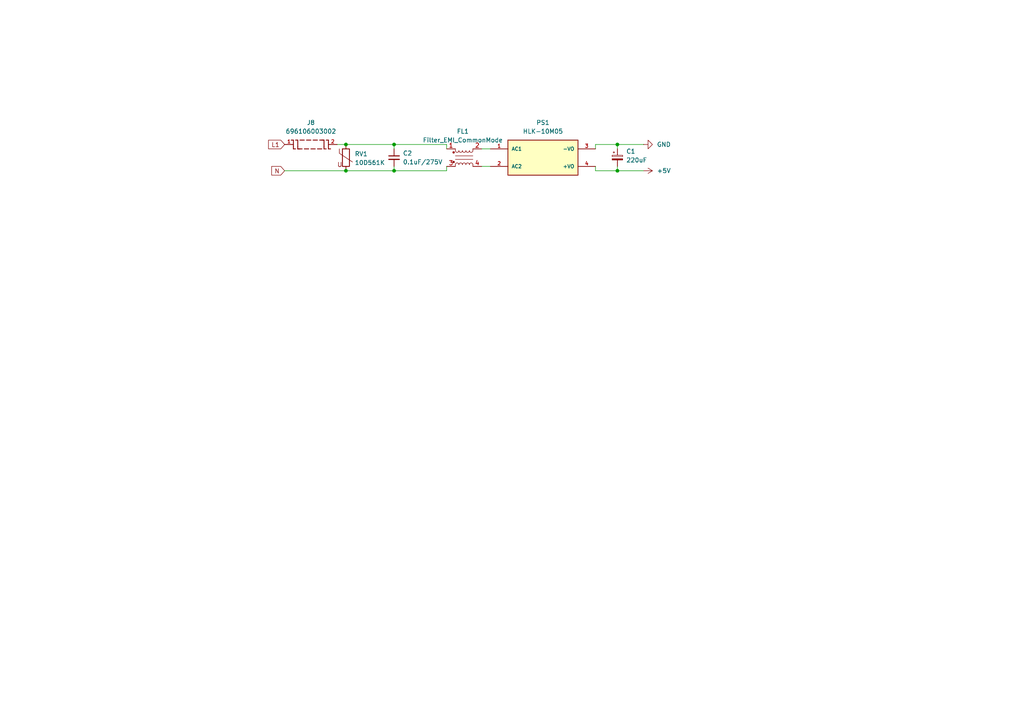
<source format=kicad_sch>
(kicad_sch (version 20250114) (generator "eeschema") (generator_version "9.0")
  (paper "A4")
  (lib_symbols
    (symbol "Device:C_Polarized_Small" (pin_numbers (hide yes)) (pin_names (offset 0.254) (hide yes))
      (property "Reference" "C" (at 0.254 1.778 0))
      (property "Value" "C_Polarized_Small" (at 0.254 -2.032 0))
      (symbol "C_Polarized_Small_0_1"
        (rectangle (start -1.524 0.6858) (end 1.524 0.3048))
        (rectangle (start -1.524 -0.3048) (end 1.524 -0.6858) (fill (type outline)))
        (polyline (pts (xy -1.27 1.524) (xy -0.762 1.524)))
        (polyline (pts (xy -1.016 1.27) (xy -1.016 1.778)))
      )
      (symbol "C_Polarized_Small_1_1"
        (pin passive line (at 0 2.54 270) (length 1.8542) (name "~") (number "1"))
        (pin passive line (at 0 -2.54 90) (length 1.8542) (name "~") (number "2"))
      )
    )
    (symbol "Device:C_Small" (pin_numbers (hide yes)) (pin_names (offset 0.254) (hide yes))
      (property "Reference" "C" (at 0.254 1.778 0))
      (property "Value" "C_Small" (at 0.254 -2.032 0))
      (symbol "C_Small_0_1"
        (polyline (pts (xy -1.524 0.508) (xy 1.524 0.508)) (stroke (width 0.3048)))
        (polyline (pts (xy -1.524 -0.508) (xy 1.524 -0.508)) (stroke (width 0.3302)))
      )
      (symbol "C_Small_1_1"
        (pin passive line (at 0 2.54 270) (length 2.032) (name "~") (number "1"))
        (pin passive line (at 0 -2.54 90) (length 2.032) (name "~") (number "2"))
      )
    )
    (symbol "Device:Filter_EMI_CommonMode" (pin_names (offset 0.254) (hide yes))
      (property "Reference" "FL" (at 0 4.445 0))
      (property "Value" "Filter_EMI_CommonMode" (at 0 -4.445 0))
      (symbol "Filter_EMI_CommonMode_0_1"
        (circle (center -3.048 1.524) (radius 0.254) (fill (type outline)))
        (circle (center -3.048 -1.27) (radius 0.254) (fill (type outline)))
        (polyline (pts (xy -2.54 2.032) (xy -2.54 2.54)))
        (polyline (pts (xy -2.54 0.508) (xy 2.54 0.508)))
        (polyline (pts (xy -2.54 -2.032) (xy -2.54 -2.54)))
        (arc (start -1.524 2.032) (mid -2.032 1.5262) (end -2.54 2.032))
        (arc (start -2.54 -2.032) (mid -2.032 -1.5262) (end -1.524 -2.032))
        (arc (start -0.508 2.032) (mid -1.016 1.5262) (end -1.524 2.032))
        (arc (start -1.524 -2.032) (mid -1.016 -1.5262) (end -0.508 -2.032))
        (arc (start 0.508 2.032) (mid 0 1.5262) (end -0.508 2.032))
        (arc (start -0.508 -2.032) (mid 0 -1.5262) (end 0.508 -2.032))
        (arc (start 1.524 2.032) (mid 1.016 1.5262) (end 0.508 2.032))
        (arc (start 0.508 -2.032) (mid 1.016 -1.5262) (end 1.524 -2.032))
        (arc (start 2.54 2.032) (mid 2.032 1.5262) (end 1.524 2.032))
        (arc (start 1.524 -2.032) (mid 2.032 -1.5262) (end 2.54 -2.032))
        (polyline (pts (xy 2.54 2.54) (xy 2.54 2.032)))
        (polyline (pts (xy 2.54 -0.508) (xy -2.54 -0.508)))
        (polyline (pts (xy 2.54 -2.032) (xy 2.54 -2.54)))
      )
      (symbol "Filter_EMI_CommonMode_1_1"
        (pin passive line (at -5.08 2.54 0) (length 2.54) (name "1") (number "1"))
        (pin passive line (at -5.08 -2.54 0) (length 2.54) (name "3") (number "3"))
        (pin passive line (at 5.08 2.54 180) (length 2.54) (name "2") (number "2"))
        (pin passive line (at 5.08 -2.54 180) (length 2.54) (name "4") (number "4"))
      )
    )
    (symbol "Device:Varistor" (pin_numbers (hide yes)) (pin_names (offset 0))
      (property "Reference" "RV" (at 3.175 0 90))
      (property "Value" "Varistor" (at -3.175 0 90))
      (symbol "Varistor_0_0"
        (text "U" (at -1.778 -2.032 0) (effects (font (size 1.27 1.27))))
      )
      (symbol "Varistor_0_1"
        (polyline (pts (xy -1.905 2.54) (xy -1.905 1.27) (xy 1.905 -1.27)))
        (rectangle (start -1.016 -2.54) (end 1.016 2.54) (stroke (width 0.254)))
      )
      (symbol "Varistor_1_1"
        (pin passive line (at 0 3.81 270) (length 1.27) (name "~") (number "1"))
        (pin passive line (at 0 -3.81 90) (length 1.27) (name "~") (number "2"))
      )
    )
    (symbol "Snapeda:696106003002" (pin_names (offset 1.016))
      (property "Reference" "J" (at 0 2.54 0))
      (symbol "696106003002_0_0"
        (polyline (pts (xy -5.715 1.27) (xy -5.08 1.27)) (stroke (width 0.254)))
        (polyline (pts (xy -5.08 1.27) (xy -5.08 -0.635)) (stroke (width 0.254)))
        (polyline (pts (xy -5.08 -0.635) (xy -5.08 -1.27)) (stroke (width 0.254)))
        (polyline (pts (xy -5.08 -1.27) (xy -4.445 -1.27)) (stroke (width 0.254)))
        (polyline (pts (xy -3.81 1.27) (xy -4.445 1.27)) (stroke (width 0.254)))
        (polyline (pts (xy -3.81 1.27) (xy -3.81 1.27)) (stroke (width 0.254)))
        (polyline (pts (xy -3.81 1.27) (xy -3.81 -0.635)) (stroke (width 0.254)))
        (polyline (pts (xy -3.81 -0.635) (xy -3.81 -1.27)) (stroke (width 0.254)))
        (polyline (pts (xy -3.81 -1.27) (xy -2.54 -1.27)) (stroke (width 0.254)))
        (polyline (pts (xy -3.175 -1.27) (xy -3.81 -1.27)) (stroke (width 0.254)))
        (polyline (pts (xy -1.905 1.27) (xy -3.175 1.27)) (stroke (width 0.254)))
        (polyline (pts (xy -1.905 -1.27) (xy -0.635 -1.27)) (stroke (width 0.254)))
        (polyline (pts (xy 0 1.27) (xy -1.27 1.27)) (stroke (width 0.254)))
        (polyline (pts (xy 0 -1.27) (xy 1.27 -1.27)) (stroke (width 0.254)))
        (polyline (pts (xy 1.905 1.27) (xy 0.635 1.27)) (stroke (width 0.254)))
        (polyline (pts (xy 1.905 -1.27) (xy 3.175 -1.27)) (stroke (width 0.254)))
        (polyline (pts (xy 3.175 1.27) (xy 3.81 1.27)) (stroke (width 0.254)))
        (polyline (pts (xy 3.81 1.27) (xy 2.54 1.27)) (stroke (width 0.254)))
        (polyline (pts (xy 3.81 1.27) (xy 3.81 -0.635)) (stroke (width 0.254)))
        (polyline (pts (xy 3.81 -0.635) (xy 3.81 -1.27)) (stroke (width 0.254)))
        (polyline (pts (xy 3.81 -1.27) (xy 3.81 -1.27)) (stroke (width 0.254)))
        (polyline (pts (xy 3.81 -1.27) (xy 4.445 -1.27)) (stroke (width 0.254)))
        (polyline (pts (xy 5.08 1.27) (xy 4.445 1.27)) (stroke (width 0.254)))
        (polyline (pts (xy 5.08 0.635) (xy 5.08 1.27)) (stroke (width 0.254)))
        (polyline (pts (xy 5.08 -1.27) (xy 5.08 0.635)) (stroke (width 0.254)))
        (polyline (pts (xy 5.715 -1.27) (xy 5.08 -1.27)) (stroke (width 0.254)))
        (pin passive line (at -7.62 0 0) (length 2.54) (name "~") (number "1"))
        (pin passive line (at 7.62 0 180) (length 2.54) (name "~") (number "2"))
      )
    )
    (symbol "Snapeda:HLK-10M05" (pin_names (offset 1.016))
      (property "Reference" "PS" (at -10.16 5.588 0))
      (property "Value" "HLK-10M05" (at -10.16 -7.62 0))
      (symbol "HLK-10M05_0_0"
        (rectangle (start -10.16 -5.08) (end 10.16 5.08) (stroke (width 0.254)) (fill (type background)))
        (pin input line (at -15.24 2.54 0) (length 5.08) (name "AC1") (number "1"))
        (pin input line (at -15.24 -2.54 0) (length 5.08) (name "AC2") (number "2"))
        (pin output line (at 15.24 2.54 180) (length 5.08) (name "-VO") (number "3"))
        (pin output line (at 15.24 -2.54 180) (length 5.08) (name "+VO") (number "4"))
      )
    )
    (symbol "power:+5V" (power) (pin_numbers (hide yes)) (pin_names (offset 0) (hide yes))
      (property "Value" "+5V" (at 0 3.556 0))
      (symbol "+5V_0_1"
        (polyline (pts (xy -0.762 1.27) (xy 0 2.54)))
        (polyline (pts (xy 0 2.54) (xy 0.762 1.27)))
        (polyline (pts (xy 0 0) (xy 0 2.54)))
      )
      (symbol "+5V_1_1"
        (pin power_in line (at 0 0 90) (length 0) (name "~") (number "1"))
      )
    )
    (symbol "power:GND" (power) (pin_numbers (hide yes)) (pin_names (offset 0) (hide yes))
      (property "Value" "GND" (at 0 -3.81 0))
      (symbol "GND_0_1"
        (polyline (pts (xy 0 0) (xy 0 -1.27) (xy 1.27 -1.27) (xy 0 -2.54) (xy -1.27 -1.27) (xy 0 -1.27)))
      )
      (symbol "GND_1_1"
        (pin power_in line (at 0 0 270) (length 0) (name "~") (number "1"))
      )
    )
  )
  (junction (at 100.33 41.91))
  (junction (at 100.33 49.53))
  (junction (at 179.07 49.53))
  (junction (at 179.07 41.91))
  (junction (at 114.3 49.53))
  (junction (at 114.3 41.91))
  (wire (pts (xy 179.07 49.53) (xy 186.69 49.53)))
  (wire (pts (xy 114.3 41.91) (xy 114.3 43.18)))
  (wire (pts (xy 139.7 48.26) (xy 142.24 48.26)))
  (wire (pts (xy 179.07 41.91) (xy 179.07 43.18)))
  (wire (pts (xy 139.7 43.18) (xy 142.24 43.18)))
  (wire (pts (xy 100.33 41.91) (xy 114.3 41.91)))
  (wire (pts (xy 82.55 49.53) (xy 100.33 49.53)))
  (wire (pts (xy 114.3 48.26) (xy 114.3 49.53)))
  (wire (pts (xy 114.3 49.53) (xy 129.54 49.53)))
  (wire (pts (xy 172.72 49.53) (xy 172.72 48.26)))
  (wire (pts (xy 172.72 41.91) (xy 172.72 43.18)))
  (wire (pts (xy 172.72 41.91) (xy 179.07 41.91)))
  (wire (pts (xy 97.79 41.91) (xy 100.33 41.91)))
  (wire (pts (xy 179.07 41.91) (xy 186.69 41.91)))
  (wire (pts (xy 114.3 41.91) (xy 129.54 41.91)))
  (wire (pts (xy 129.54 49.53) (xy 129.54 48.26)))
  (wire (pts (xy 100.33 49.53) (xy 114.3 49.53)))
  (wire (pts (xy 172.72 49.53) (xy 179.07 49.53)))
  (wire (pts (xy 179.07 49.53) (xy 179.07 48.26)))
  (wire (pts (xy 129.54 41.91) (xy 129.54 43.18)))
  (global_label "N" (shape input) (at 82.55 49.53 180) (property "Intersheetrefs" "${INTERSHEET_REFS}" (effects (hide yes))))
  (global_label "L1" (shape input) (at 82.55 41.91 180) (property "Intersheetrefs" "${INTERSHEET_REFS}" (effects (hide yes))))
  (symbol (lib_id "Device:C_Small") (at 114.3 45.72 0) (unit 1)
    (property "Reference" "C2" (at 116.84 44.4562 0) (effects (justify left)))
    (property "Value" "0.1uF/275V" (at 116.84 46.9962 0) (effects (justify left)))
    (property "Description" "Unpolarized capacitor, small symbol" (effects (hide yes)))
  )
  (symbol (lib_id "Device:C_Polarized_Small") (at 179.07 45.72 0) (unit 1)
    (property "Reference" "C1" (at 181.61 43.9038 0) (effects (justify left)))
    (property "Value" "220uF" (at 181.61 46.4438 0) (effects (justify left)))
    (property "Footprint" "Capacitor_SMD:CP_Elec_6.3x3.9" (effects (hide yes)))
    (property "Description" "Polarized capacitor, small symbol" (effects (hide yes)))
  )
  (symbol (lib_id "power:+5V") (at 186.69 49.53 270) (unit 1)
    (property "Reference" "#PWR051" (effects (hide yes)))
    (property "Value" "+5V" (at 190.5 49.5299 90) (effects (justify left)))
    (property "Description" "Power symbol creates a global label with name \"+5V\"" (effects (hide yes)))
  )
  (symbol (lib_id "power:GND") (at 186.69 41.91 90) (unit 1)
    (property "Reference" "#PWR050" (effects (hide yes)))
    (property "Value" "GND" (at 190.5 41.9099 90) (effects (justify right)))
    (property "Description" "Power symbol creates a global label with name \"GND\" , ground" (effects (hide yes)))
  )
  (symbol (lib_id "Snapeda:HLK-10M05") (at 157.48 45.72 0) (unit 1)
    (property "Reference" "PS1" (at 157.48 35.56 0))
    (property "Value" "HLK-10M05" (at 157.48 38.1 0))
    (property "Footprint" "Snapeda:HLK-10M05_CONV_HLK-10M05" (effects (hide yes)))
    (property "MF" "Hi-link" (effects (hide yes)))
    (property "MAXIMUM_PACKAGE_HEIGHT" "22mm" (effects (hide yes)))
    (property "Package" "Package" (effects (hide yes)))
    (property "Price" "None" (effects (hide yes)))
    (property "Check_prices" "https://www.snapeda.com/parts/HLK-10M05/Hi-link/view-part/?ref=eda" (effects (hide yes)))
    (property "STANDARD" "Manufacturer Recommendations" (effects (hide yes)))
    (property "PARTREV" "V1.8" (effects (hide yes)))
    (property "SnapEDA_Link" "https://www.snapeda.com/parts/HLK-10M05/Hi-link/view-part/?ref=snap" (effects (hide yes)))
    (property "MP" "HLK-10M05" (effects (hide yes)))
    (property "Description_1" "\n10W Ultra-Compact Power Module\n" (effects (hide yes)))
    (property "Availability" "Not in stock" (effects (hide yes)))
    (property "MANUFACTURER" "Hi-link" (effects (hide yes)))
  )
  (symbol (lib_id "Device:Filter_EMI_CommonMode") (at 134.62 45.72 0) (unit 1)
    (property "Reference" "FL1" (at 134.239 38.1 0))
    (property "Value" "Filter_EMI_CommonMode" (at 134.239 40.64 0))
    (property "Footprint" "Inductor_THT:L_CommonMode_PulseElectronics_PH9455x105NL_1" (effects (hide yes)))
    (property "Description" "EMI 2-inductor common mode filter" (effects (hide yes)))
  )
  (symbol (lib_id "Device:Varistor") (at 100.33 45.72 0) (unit 1)
    (property "Reference" "RV1" (at 102.87 44.6432 0) (effects (justify left)))
    (property "Value" "10D561K" (at 102.87 47.1832 0) (effects (justify left)))
    (property "Footprint" "Varistor:RV_Disc_D7mm_W3.4mm_P5mm" (effects (hide yes)))
    (property "Description" "Voltage dependent resistor" (effects (hide yes)))
    (property "Sim.Name" "kicad_builtin_varistor" (effects (hide yes)))
    (property "Sim.Device" "SUBCKT" (effects (hide yes)))
    (property "Sim.Pins" "1=A 2=B" (effects (hide yes)))
    (property "Sim.Params" "threshold=1k" (effects (hide yes)))
    (property "Sim.Library" "${KICAD7_SYMBOL_DIR}/Simulation_SPICE.sp" (effects (hide yes)))
  )
  (symbol (lib_id "Snapeda:696106003002") (at 90.17 41.91 0) (unit 1)
    (property "Reference" "J8" (at 90.17 35.56 0))
    (property "Value" "696106003002" (at 90.17 38.1 0))
    (property "Footprint" "Snapeda:696106003002_696106003002" (effects (hide yes)))
    (property "MF" "Würth Elektronik" (effects (hide yes)))
    (property "Description_1" "\nFuse Block 20 A 250V 1 Circuit Cartridge Through Hole\n" (effects (hide yes)))
    (property "Package" "None" (effects (hide yes)))
    (property "Price" "None" (effects (hide yes)))
    (property "IR-VDE" "6.3A" (effects (hide yes)))
    (property "IR-UL" "20A" (effects (hide yes)))
    (property "SnapEDA_Link" "https://www.snapeda.com/parts/696106003002/Wurth+Elektronik/view-part/?ref=snap" (effects (hide yes)))
    (property "VALUE" "696106003002" (effects (hide yes)))
    (property "MATES" "696122003001" (effects (hide yes)))
    (property "DATASHEET-URL" "https://www.we-online.com/catalog/datasheet/696106003002.pdf" (effects (hide yes)))
    (property "MP" "696106003002" (effects (hide yes)))
    (property "Purchase-URL" "https://www.snapeda.com/api/url_track_click_mouser/?unipart_id=4900578&manufacturer=Würth Elektronik&part_name=696106003002&search_term=696106003002" (effects (hide yes)))
    (property "PART-NUMBER" "696106003002" (effects (hide yes)))
    (property "Availability" "In Stock" (effects (hide yes)))
    (property "Check_prices" "https://www.snapeda.com/parts/696106003002/Wurth+Elektronik/view-part/?ref=eda" (effects (hide yes)))
  )
)
</source>
